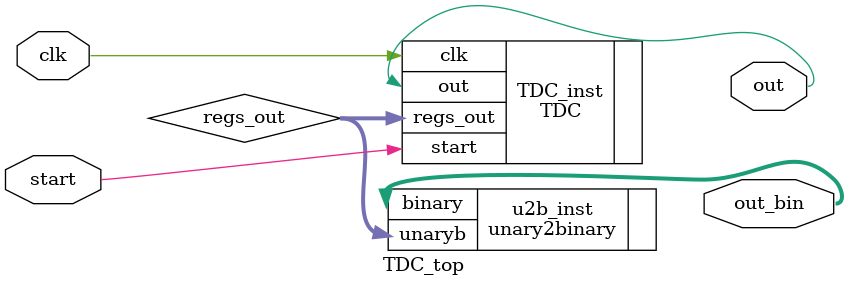
<source format=v>
module TDC_top(
    input clk,
    input start,
    output out,
    output [7:0] out_bin
);

wire [254:0] regs_out /* synthesis syn_keep=1*/; 
//wire start;
//assign start = 255'd1023;

TDC TDC_inst(
    .clk(clk),
    .start(start),
    .regs_out(regs_out),
    .out(out)
);

unary2binary u2b_inst(
    .unaryb(regs_out),
    .binary(out_bin)
);

endmodule
</source>
